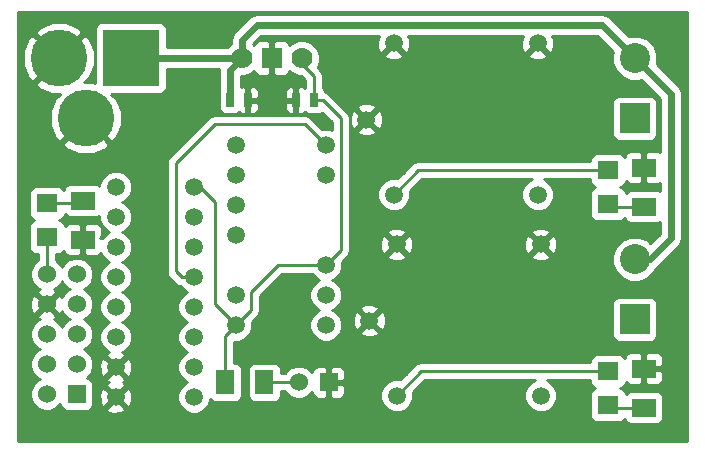
<source format=gtl>
G04 (created by PCBNEW (2013-may-18)-stable) date lun 04 jui 2016 15:07:43 CEST*
%MOIN*%
G04 Gerber Fmt 3.4, Leading zero omitted, Abs format*
%FSLAX34Y34*%
G01*
G70*
G90*
G04 APERTURE LIST*
%ADD10C,0.00590551*%
%ADD11C,0.0590551*%
%ADD12R,0.1X0.1*%
%ADD13C,0.1*%
%ADD14R,0.06X0.06*%
%ADD15C,0.06*%
%ADD16C,0.07*%
%ADD17R,0.07X0.07*%
%ADD18C,0.189*%
%ADD19R,0.189X0.189*%
%ADD20R,0.08X0.06*%
%ADD21R,0.0709X0.0629*%
%ADD22R,0.06X0.08*%
%ADD23R,0.025X0.045*%
%ADD24C,0.023622*%
%ADD25C,0.01*%
G04 APERTURE END LIST*
G54D10*
G54D11*
X16700Y-19700D03*
X16700Y-20700D03*
X16700Y-21700D03*
X16700Y-22700D03*
X16700Y-23700D03*
X16700Y-25700D03*
X16700Y-26700D03*
X19300Y-26700D03*
X19300Y-25700D03*
X19300Y-24700D03*
X19300Y-23700D03*
X19300Y-22700D03*
X19300Y-21700D03*
X19300Y-20700D03*
X19300Y-19700D03*
X16700Y-24700D03*
G54D12*
X34000Y-24100D03*
G54D13*
X34000Y-22100D03*
G54D14*
X15400Y-26600D03*
G54D15*
X14400Y-26600D03*
X15400Y-25600D03*
X14400Y-25600D03*
X15400Y-24600D03*
X14400Y-24600D03*
X15400Y-23600D03*
X14400Y-23600D03*
X15400Y-22600D03*
X14400Y-22600D03*
G54D12*
X34000Y-17400D03*
G54D13*
X34000Y-15400D03*
G54D11*
X23700Y-19300D03*
X23700Y-18300D03*
X23700Y-22300D03*
X23700Y-23300D03*
X23700Y-24300D03*
X20700Y-24300D03*
X20700Y-23300D03*
X20700Y-21300D03*
X20700Y-20300D03*
X20700Y-19300D03*
X20700Y-18300D03*
G54D14*
X23800Y-26200D03*
G54D15*
X22800Y-26200D03*
G54D16*
X20900Y-15400D03*
G54D17*
X21900Y-15400D03*
G54D16*
X22900Y-15400D03*
G54D18*
X14800Y-15400D03*
G54D19*
X17200Y-15400D03*
G54D18*
X15700Y-17400D03*
G54D20*
X34300Y-20350D03*
X34300Y-19050D03*
X34300Y-27050D03*
X34300Y-25750D03*
X15600Y-20150D03*
X15600Y-21450D03*
G54D21*
X33100Y-19141D03*
X33100Y-20259D03*
X33100Y-25841D03*
X33100Y-26959D03*
X14400Y-21359D03*
X14400Y-20241D03*
G54D22*
X20350Y-26200D03*
X21650Y-26200D03*
G54D23*
X20500Y-16800D03*
X21100Y-16800D03*
X23300Y-16800D03*
X22700Y-16800D03*
G54D11*
X25052Y-17448D03*
X30761Y-19948D03*
X25958Y-19948D03*
X25958Y-14909D03*
X30761Y-14909D03*
X25152Y-24148D03*
X30861Y-26648D03*
X26058Y-26648D03*
X26058Y-21609D03*
X30861Y-21609D03*
G54D24*
X20900Y-15400D02*
X17200Y-15400D01*
X34000Y-15400D02*
X35200Y-16600D01*
X34500Y-22100D02*
X34000Y-22100D01*
X35200Y-21400D02*
X34500Y-22100D01*
X35200Y-16600D02*
X35200Y-21400D01*
X20900Y-15400D02*
X20900Y-14800D01*
X32900Y-14300D02*
X34000Y-15400D01*
X21400Y-14300D02*
X32900Y-14300D01*
X20900Y-14800D02*
X21400Y-14300D01*
X20500Y-16800D02*
X20500Y-15800D01*
X20500Y-15800D02*
X20900Y-15400D01*
G54D25*
X19300Y-19700D02*
X19500Y-19700D01*
X20000Y-23600D02*
X20700Y-24300D01*
X20000Y-20200D02*
X20000Y-23600D01*
X19500Y-19700D02*
X20000Y-20200D01*
X23300Y-16800D02*
X23600Y-16800D01*
X24200Y-21800D02*
X23700Y-22300D01*
X24200Y-17400D02*
X24200Y-21800D01*
X23600Y-16800D02*
X24200Y-17400D01*
X23700Y-22300D02*
X22100Y-22300D01*
X21200Y-23800D02*
X20700Y-24300D01*
X21200Y-23200D02*
X21200Y-23800D01*
X22100Y-22300D02*
X21200Y-23200D01*
X20350Y-26200D02*
X20350Y-24650D01*
X20350Y-24650D02*
X20700Y-24300D01*
X14400Y-21359D02*
X14400Y-22600D01*
X23300Y-16800D02*
X23300Y-16000D01*
X22900Y-15600D02*
X22900Y-15400D01*
X23300Y-16000D02*
X22900Y-15600D01*
X33100Y-19141D02*
X26766Y-19141D01*
X26766Y-19141D02*
X25958Y-19948D01*
X33100Y-25841D02*
X26866Y-25841D01*
X26866Y-25841D02*
X26058Y-26648D01*
X19300Y-22700D02*
X18900Y-22700D01*
X23000Y-17600D02*
X23700Y-18300D01*
X20000Y-17600D02*
X23000Y-17600D01*
X18700Y-18900D02*
X20000Y-17600D01*
X18700Y-22500D02*
X18700Y-18900D01*
X18900Y-22700D02*
X18700Y-22500D01*
X34300Y-27050D02*
X33191Y-27050D01*
X33191Y-27050D02*
X33100Y-26959D01*
X14400Y-20241D02*
X15509Y-20241D01*
X15509Y-20241D02*
X15600Y-20150D01*
X34300Y-20350D02*
X33191Y-20350D01*
X33191Y-20350D02*
X33100Y-20259D01*
X22800Y-26200D02*
X21650Y-26200D01*
G54D10*
G36*
X35750Y-28150D02*
X35568Y-28150D01*
X35568Y-21400D01*
X35568Y-21400D01*
X35568Y-21400D01*
X35568Y-16600D01*
X35568Y-16599D01*
X35568Y-16599D01*
X35563Y-16576D01*
X35540Y-16459D01*
X35460Y-16339D01*
X35460Y-16339D01*
X34726Y-15605D01*
X34749Y-15549D01*
X34750Y-15251D01*
X34636Y-14975D01*
X34425Y-14764D01*
X34149Y-14650D01*
X33851Y-14649D01*
X33794Y-14673D01*
X33160Y-14039D01*
X33040Y-13959D01*
X32900Y-13931D01*
X21400Y-13931D01*
X21259Y-13959D01*
X21139Y-14039D01*
X20639Y-14539D01*
X20559Y-14659D01*
X20531Y-14800D01*
X20531Y-14919D01*
X20419Y-15031D01*
X18395Y-15031D01*
X18395Y-14405D01*
X18357Y-14313D01*
X18286Y-14243D01*
X18194Y-14205D01*
X18095Y-14204D01*
X16205Y-14204D01*
X16113Y-14242D01*
X16043Y-14313D01*
X16005Y-14405D01*
X16004Y-14504D01*
X16004Y-16233D01*
X15995Y-16229D01*
X15935Y-16204D01*
X15675Y-16205D01*
X15651Y-16181D01*
X15814Y-16075D01*
X15995Y-15635D01*
X15994Y-15160D01*
X15814Y-14724D01*
X15651Y-14618D01*
X15581Y-14689D01*
X15581Y-14548D01*
X15475Y-14385D01*
X15035Y-14204D01*
X14560Y-14205D01*
X14124Y-14385D01*
X14018Y-14548D01*
X14800Y-15329D01*
X15581Y-14548D01*
X15581Y-14689D01*
X14870Y-15400D01*
X14876Y-15405D01*
X14805Y-15476D01*
X14800Y-15470D01*
X14729Y-15541D01*
X14729Y-15400D01*
X13948Y-14618D01*
X13785Y-14724D01*
X13604Y-15164D01*
X13605Y-15639D01*
X13785Y-16075D01*
X13948Y-16181D01*
X14729Y-15400D01*
X14729Y-15541D01*
X14018Y-16251D01*
X14124Y-16414D01*
X14564Y-16595D01*
X14824Y-16594D01*
X14848Y-16618D01*
X14685Y-16724D01*
X14504Y-17164D01*
X14505Y-17639D01*
X14685Y-18075D01*
X14848Y-18181D01*
X15629Y-17400D01*
X15623Y-17394D01*
X15694Y-17323D01*
X15700Y-17329D01*
X15705Y-17323D01*
X15776Y-17394D01*
X15770Y-17400D01*
X16551Y-18181D01*
X16714Y-18075D01*
X16895Y-17635D01*
X16894Y-17160D01*
X16714Y-16724D01*
X16551Y-16618D01*
X16575Y-16595D01*
X18194Y-16595D01*
X18286Y-16557D01*
X18356Y-16486D01*
X18394Y-16394D01*
X18395Y-16295D01*
X18395Y-15768D01*
X20138Y-15768D01*
X20131Y-15800D01*
X20131Y-16508D01*
X20125Y-16525D01*
X20124Y-16624D01*
X20124Y-17074D01*
X20162Y-17166D01*
X20233Y-17236D01*
X20325Y-17274D01*
X20424Y-17275D01*
X20674Y-17275D01*
X20766Y-17237D01*
X20800Y-17203D01*
X20833Y-17237D01*
X20925Y-17275D01*
X20987Y-17275D01*
X21050Y-17212D01*
X21050Y-16850D01*
X21042Y-16850D01*
X21042Y-16750D01*
X21050Y-16750D01*
X21050Y-16387D01*
X20987Y-16325D01*
X20925Y-16324D01*
X20868Y-16348D01*
X20868Y-15999D01*
X21018Y-16000D01*
X21239Y-15908D01*
X21314Y-15834D01*
X21337Y-15891D01*
X21408Y-15961D01*
X21500Y-15999D01*
X21599Y-16000D01*
X21787Y-16000D01*
X21850Y-15937D01*
X21850Y-15450D01*
X21842Y-15450D01*
X21842Y-15350D01*
X21850Y-15350D01*
X21850Y-14862D01*
X21787Y-14800D01*
X21599Y-14799D01*
X21500Y-14800D01*
X21408Y-14838D01*
X21337Y-14908D01*
X21314Y-14965D01*
X21284Y-14935D01*
X21552Y-14668D01*
X25465Y-14668D01*
X25408Y-14828D01*
X25419Y-15045D01*
X25480Y-15194D01*
X25575Y-15221D01*
X25887Y-14909D01*
X25881Y-14903D01*
X25952Y-14833D01*
X25958Y-14838D01*
X25963Y-14833D01*
X26034Y-14903D01*
X26028Y-14909D01*
X26340Y-15221D01*
X26435Y-15194D01*
X26508Y-14990D01*
X26497Y-14773D01*
X26453Y-14668D01*
X30268Y-14668D01*
X30211Y-14828D01*
X30222Y-15045D01*
X30284Y-15194D01*
X30378Y-15221D01*
X30690Y-14909D01*
X30685Y-14903D01*
X30755Y-14833D01*
X30761Y-14838D01*
X30766Y-14833D01*
X30837Y-14903D01*
X30832Y-14909D01*
X31143Y-15221D01*
X31238Y-15194D01*
X31311Y-14990D01*
X31300Y-14773D01*
X31256Y-14668D01*
X32747Y-14668D01*
X33273Y-15194D01*
X33250Y-15250D01*
X33249Y-15548D01*
X33363Y-15824D01*
X33574Y-16035D01*
X33850Y-16149D01*
X34148Y-16150D01*
X34205Y-16126D01*
X34831Y-16752D01*
X34831Y-18534D01*
X34750Y-18500D01*
X34750Y-17850D01*
X34750Y-16850D01*
X34712Y-16758D01*
X34641Y-16688D01*
X34549Y-16650D01*
X34450Y-16649D01*
X33450Y-16649D01*
X33358Y-16687D01*
X33288Y-16758D01*
X33250Y-16850D01*
X33249Y-16949D01*
X33249Y-17949D01*
X33287Y-18041D01*
X33358Y-18111D01*
X33450Y-18149D01*
X33549Y-18150D01*
X34549Y-18150D01*
X34641Y-18112D01*
X34711Y-18041D01*
X34749Y-17949D01*
X34750Y-17850D01*
X34750Y-18500D01*
X34749Y-18500D01*
X34650Y-18499D01*
X34412Y-18500D01*
X34350Y-18562D01*
X34350Y-19000D01*
X34357Y-19000D01*
X34357Y-19100D01*
X34350Y-19100D01*
X34350Y-19537D01*
X34412Y-19600D01*
X34650Y-19600D01*
X34749Y-19599D01*
X34831Y-19565D01*
X34831Y-19834D01*
X34749Y-19800D01*
X34650Y-19799D01*
X33850Y-19799D01*
X33758Y-19837D01*
X33703Y-19892D01*
X33666Y-19803D01*
X33596Y-19732D01*
X33517Y-19699D01*
X33595Y-19667D01*
X33666Y-19597D01*
X33703Y-19507D01*
X33758Y-19561D01*
X33850Y-19599D01*
X33949Y-19600D01*
X34187Y-19600D01*
X34250Y-19537D01*
X34250Y-19100D01*
X34242Y-19100D01*
X34242Y-19000D01*
X34250Y-19000D01*
X34250Y-18562D01*
X34187Y-18500D01*
X33949Y-18499D01*
X33850Y-18500D01*
X33758Y-18538D01*
X33687Y-18608D01*
X33659Y-18677D01*
X33596Y-18614D01*
X33504Y-18576D01*
X33404Y-18576D01*
X32695Y-18576D01*
X32604Y-18614D01*
X32533Y-18684D01*
X32495Y-18776D01*
X32495Y-18841D01*
X31073Y-18841D01*
X31073Y-15291D01*
X30761Y-14980D01*
X30449Y-15291D01*
X30476Y-15386D01*
X30680Y-15459D01*
X30897Y-15448D01*
X31046Y-15386D01*
X31073Y-15291D01*
X31073Y-18841D01*
X26766Y-18841D01*
X26651Y-18863D01*
X26553Y-18928D01*
X26270Y-19212D01*
X26270Y-15291D01*
X25958Y-14980D01*
X25646Y-15291D01*
X25673Y-15386D01*
X25877Y-15459D01*
X26094Y-15448D01*
X26243Y-15386D01*
X26270Y-15291D01*
X26270Y-19212D01*
X26075Y-19407D01*
X26067Y-19403D01*
X25850Y-19403D01*
X25649Y-19486D01*
X25602Y-19533D01*
X25602Y-17529D01*
X25591Y-17312D01*
X25530Y-17163D01*
X25435Y-17137D01*
X25364Y-17207D01*
X25364Y-17066D01*
X25337Y-16971D01*
X25133Y-16898D01*
X24916Y-16909D01*
X24767Y-16971D01*
X24740Y-17066D01*
X25052Y-17378D01*
X25364Y-17066D01*
X25364Y-17207D01*
X25123Y-17448D01*
X25435Y-17760D01*
X25530Y-17733D01*
X25602Y-17529D01*
X25602Y-19533D01*
X25496Y-19639D01*
X25413Y-19839D01*
X25412Y-20056D01*
X25495Y-20257D01*
X25648Y-20410D01*
X25849Y-20493D01*
X26066Y-20494D01*
X26266Y-20411D01*
X26420Y-20258D01*
X26503Y-20057D01*
X26503Y-19840D01*
X26499Y-19831D01*
X26890Y-19441D01*
X30562Y-19441D01*
X30452Y-19486D01*
X30299Y-19639D01*
X30216Y-19839D01*
X30216Y-20056D01*
X30298Y-20257D01*
X30452Y-20410D01*
X30652Y-20493D01*
X30869Y-20494D01*
X31069Y-20411D01*
X31223Y-20258D01*
X31306Y-20057D01*
X31306Y-19840D01*
X31223Y-19640D01*
X31070Y-19486D01*
X30960Y-19441D01*
X32495Y-19441D01*
X32495Y-19505D01*
X32533Y-19596D01*
X32603Y-19667D01*
X32682Y-19700D01*
X32604Y-19732D01*
X32533Y-19802D01*
X32495Y-19894D01*
X32495Y-19994D01*
X32495Y-20623D01*
X32533Y-20714D01*
X32603Y-20785D01*
X32695Y-20823D01*
X32795Y-20823D01*
X33504Y-20823D01*
X33595Y-20785D01*
X33659Y-20722D01*
X33687Y-20791D01*
X33758Y-20861D01*
X33850Y-20899D01*
X33949Y-20900D01*
X34749Y-20900D01*
X34831Y-20866D01*
X34831Y-21247D01*
X34520Y-21559D01*
X34425Y-21464D01*
X34149Y-21350D01*
X33851Y-21349D01*
X33575Y-21463D01*
X33364Y-21674D01*
X33250Y-21950D01*
X33249Y-22248D01*
X33363Y-22524D01*
X33574Y-22735D01*
X33850Y-22849D01*
X34148Y-22850D01*
X34424Y-22736D01*
X34635Y-22525D01*
X34682Y-22412D01*
X34760Y-22360D01*
X35460Y-21660D01*
X35460Y-21660D01*
X35460Y-21660D01*
X35540Y-21540D01*
X35568Y-21400D01*
X35568Y-28150D01*
X34950Y-28150D01*
X34950Y-27300D01*
X34950Y-26700D01*
X34950Y-26099D01*
X34950Y-25400D01*
X34912Y-25308D01*
X34841Y-25238D01*
X34750Y-25200D01*
X34750Y-24550D01*
X34750Y-23550D01*
X34712Y-23458D01*
X34641Y-23388D01*
X34549Y-23350D01*
X34450Y-23349D01*
X33450Y-23349D01*
X33358Y-23387D01*
X33288Y-23458D01*
X33250Y-23550D01*
X33249Y-23649D01*
X33249Y-24649D01*
X33287Y-24741D01*
X33358Y-24811D01*
X33450Y-24849D01*
X33549Y-24850D01*
X34549Y-24850D01*
X34641Y-24812D01*
X34711Y-24741D01*
X34749Y-24649D01*
X34750Y-24550D01*
X34750Y-25200D01*
X34749Y-25200D01*
X34650Y-25199D01*
X34412Y-25200D01*
X34350Y-25262D01*
X34350Y-25700D01*
X34887Y-25700D01*
X34950Y-25637D01*
X34950Y-25400D01*
X34950Y-26099D01*
X34950Y-25862D01*
X34887Y-25800D01*
X34350Y-25800D01*
X34350Y-26237D01*
X34412Y-26300D01*
X34650Y-26300D01*
X34749Y-26299D01*
X34841Y-26261D01*
X34912Y-26191D01*
X34950Y-26099D01*
X34950Y-26700D01*
X34912Y-26608D01*
X34841Y-26538D01*
X34749Y-26500D01*
X34650Y-26499D01*
X33850Y-26499D01*
X33758Y-26537D01*
X33703Y-26592D01*
X33666Y-26503D01*
X33596Y-26432D01*
X33517Y-26399D01*
X33595Y-26367D01*
X33666Y-26297D01*
X33703Y-26207D01*
X33758Y-26261D01*
X33850Y-26299D01*
X33949Y-26300D01*
X34187Y-26300D01*
X34250Y-26237D01*
X34250Y-25800D01*
X34242Y-25800D01*
X34242Y-25700D01*
X34250Y-25700D01*
X34250Y-25262D01*
X34187Y-25200D01*
X33949Y-25199D01*
X33850Y-25200D01*
X33758Y-25238D01*
X33687Y-25308D01*
X33659Y-25377D01*
X33596Y-25314D01*
X33504Y-25276D01*
X33404Y-25276D01*
X32695Y-25276D01*
X32604Y-25314D01*
X32533Y-25384D01*
X32495Y-25476D01*
X32495Y-25541D01*
X31411Y-25541D01*
X31411Y-21690D01*
X31400Y-21473D01*
X31338Y-21324D01*
X31243Y-21297D01*
X31173Y-21368D01*
X31173Y-21226D01*
X31146Y-21132D01*
X30942Y-21059D01*
X30725Y-21070D01*
X30576Y-21132D01*
X30549Y-21226D01*
X30861Y-21538D01*
X31173Y-21226D01*
X31173Y-21368D01*
X30932Y-21609D01*
X31243Y-21921D01*
X31338Y-21894D01*
X31411Y-21690D01*
X31411Y-25541D01*
X31173Y-25541D01*
X31173Y-21991D01*
X30861Y-21680D01*
X30790Y-21750D01*
X30790Y-21609D01*
X30478Y-21297D01*
X30384Y-21324D01*
X30311Y-21528D01*
X30322Y-21745D01*
X30384Y-21894D01*
X30478Y-21921D01*
X30790Y-21609D01*
X30790Y-21750D01*
X30549Y-21991D01*
X30576Y-22086D01*
X30780Y-22159D01*
X30997Y-22148D01*
X31146Y-22086D01*
X31173Y-21991D01*
X31173Y-25541D01*
X26866Y-25541D01*
X26751Y-25563D01*
X26653Y-25628D01*
X26608Y-25674D01*
X26608Y-21690D01*
X26597Y-21473D01*
X26535Y-21324D01*
X26440Y-21297D01*
X26370Y-21368D01*
X26370Y-21226D01*
X26343Y-21132D01*
X26138Y-21059D01*
X25922Y-21070D01*
X25773Y-21132D01*
X25746Y-21226D01*
X26058Y-21538D01*
X26370Y-21226D01*
X26370Y-21368D01*
X26128Y-21609D01*
X26440Y-21921D01*
X26535Y-21894D01*
X26608Y-21690D01*
X26608Y-25674D01*
X26370Y-25912D01*
X26370Y-21991D01*
X26058Y-21680D01*
X25987Y-21750D01*
X25987Y-21609D01*
X25675Y-21297D01*
X25580Y-21324D01*
X25508Y-21528D01*
X25519Y-21745D01*
X25580Y-21894D01*
X25675Y-21921D01*
X25987Y-21609D01*
X25987Y-21750D01*
X25746Y-21991D01*
X25773Y-22086D01*
X25977Y-22159D01*
X26194Y-22148D01*
X26343Y-22086D01*
X26370Y-21991D01*
X26370Y-25912D01*
X26175Y-26107D01*
X26167Y-26103D01*
X25950Y-26103D01*
X25749Y-26186D01*
X25702Y-26233D01*
X25702Y-24229D01*
X25691Y-24012D01*
X25630Y-23863D01*
X25535Y-23837D01*
X25464Y-23907D01*
X25464Y-23766D01*
X25437Y-23671D01*
X25364Y-23645D01*
X25364Y-17831D01*
X25052Y-17519D01*
X24982Y-17590D01*
X24982Y-17448D01*
X24670Y-17137D01*
X24575Y-17163D01*
X24502Y-17368D01*
X24513Y-17584D01*
X24575Y-17733D01*
X24670Y-17760D01*
X24982Y-17448D01*
X24982Y-17590D01*
X24740Y-17831D01*
X24767Y-17926D01*
X24972Y-17998D01*
X25188Y-17987D01*
X25337Y-17926D01*
X25364Y-17831D01*
X25364Y-23645D01*
X25233Y-23598D01*
X25016Y-23609D01*
X24867Y-23671D01*
X24840Y-23766D01*
X25152Y-24078D01*
X25464Y-23766D01*
X25464Y-23907D01*
X25223Y-24148D01*
X25535Y-24460D01*
X25630Y-24433D01*
X25702Y-24229D01*
X25702Y-26233D01*
X25596Y-26339D01*
X25513Y-26539D01*
X25512Y-26756D01*
X25595Y-26957D01*
X25748Y-27110D01*
X25949Y-27193D01*
X26166Y-27194D01*
X26366Y-27111D01*
X26520Y-26958D01*
X26603Y-26757D01*
X26603Y-26540D01*
X26599Y-26531D01*
X26990Y-26141D01*
X30662Y-26141D01*
X30552Y-26186D01*
X30399Y-26339D01*
X30316Y-26539D01*
X30316Y-26756D01*
X30398Y-26957D01*
X30552Y-27110D01*
X30752Y-27193D01*
X30969Y-27194D01*
X31169Y-27111D01*
X31323Y-26958D01*
X31406Y-26757D01*
X31406Y-26540D01*
X31323Y-26340D01*
X31170Y-26186D01*
X31060Y-26141D01*
X32495Y-26141D01*
X32495Y-26205D01*
X32533Y-26296D01*
X32603Y-26367D01*
X32682Y-26400D01*
X32604Y-26432D01*
X32533Y-26502D01*
X32495Y-26594D01*
X32495Y-26694D01*
X32495Y-27323D01*
X32533Y-27414D01*
X32603Y-27485D01*
X32695Y-27523D01*
X32795Y-27523D01*
X33504Y-27523D01*
X33595Y-27485D01*
X33659Y-27422D01*
X33687Y-27491D01*
X33758Y-27561D01*
X33850Y-27599D01*
X33949Y-27600D01*
X34749Y-27600D01*
X34841Y-27562D01*
X34911Y-27491D01*
X34949Y-27399D01*
X34950Y-27300D01*
X34950Y-28150D01*
X25464Y-28150D01*
X25464Y-24531D01*
X25152Y-24219D01*
X25082Y-24290D01*
X25082Y-24148D01*
X24770Y-23837D01*
X24675Y-23863D01*
X24602Y-24068D01*
X24613Y-24284D01*
X24675Y-24433D01*
X24770Y-24460D01*
X25082Y-24148D01*
X25082Y-24290D01*
X24840Y-24531D01*
X24867Y-24626D01*
X25072Y-24698D01*
X25288Y-24687D01*
X25437Y-24626D01*
X25464Y-24531D01*
X25464Y-28150D01*
X24500Y-28150D01*
X24500Y-21800D01*
X24500Y-17400D01*
X24477Y-17285D01*
X24412Y-17187D01*
X24412Y-17187D01*
X23812Y-16587D01*
X23714Y-16522D01*
X23670Y-16513D01*
X23637Y-16433D01*
X23600Y-16396D01*
X23600Y-16000D01*
X23599Y-15999D01*
X23577Y-15885D01*
X23512Y-15787D01*
X23512Y-15787D01*
X23424Y-15700D01*
X23499Y-15519D01*
X23500Y-15281D01*
X23408Y-15060D01*
X23240Y-14891D01*
X23019Y-14800D01*
X22781Y-14799D01*
X22560Y-14891D01*
X22485Y-14965D01*
X22462Y-14908D01*
X22391Y-14838D01*
X22299Y-14800D01*
X22200Y-14799D01*
X22012Y-14800D01*
X21950Y-14862D01*
X21950Y-15350D01*
X21957Y-15350D01*
X21957Y-15450D01*
X21950Y-15450D01*
X21950Y-15937D01*
X22012Y-16000D01*
X22200Y-16000D01*
X22299Y-15999D01*
X22391Y-15961D01*
X22462Y-15891D01*
X22485Y-15834D01*
X22559Y-15908D01*
X22780Y-15999D01*
X22875Y-15999D01*
X23000Y-16124D01*
X23000Y-16396D01*
X22966Y-16362D01*
X22874Y-16324D01*
X22812Y-16325D01*
X22750Y-16387D01*
X22750Y-16750D01*
X22757Y-16750D01*
X22757Y-16850D01*
X22750Y-16850D01*
X22750Y-17212D01*
X22812Y-17275D01*
X22874Y-17275D01*
X22966Y-17237D01*
X22999Y-17203D01*
X23033Y-17236D01*
X23125Y-17274D01*
X23224Y-17275D01*
X23474Y-17275D01*
X23566Y-17237D01*
X23589Y-17213D01*
X23900Y-17524D01*
X23900Y-17792D01*
X23808Y-17754D01*
X23592Y-17754D01*
X23582Y-17758D01*
X23212Y-17387D01*
X23114Y-17322D01*
X23000Y-17300D01*
X22650Y-17300D01*
X22650Y-17212D01*
X22650Y-16850D01*
X22650Y-16750D01*
X22650Y-16387D01*
X22587Y-16325D01*
X22525Y-16324D01*
X22433Y-16362D01*
X22363Y-16433D01*
X22325Y-16525D01*
X22324Y-16624D01*
X22325Y-16687D01*
X22387Y-16750D01*
X22650Y-16750D01*
X22650Y-16850D01*
X22387Y-16850D01*
X22325Y-16912D01*
X22324Y-16975D01*
X22325Y-17074D01*
X22363Y-17166D01*
X22433Y-17237D01*
X22525Y-17275D01*
X22587Y-17275D01*
X22650Y-17212D01*
X22650Y-17300D01*
X21475Y-17300D01*
X21475Y-16975D01*
X21475Y-16624D01*
X21474Y-16525D01*
X21436Y-16433D01*
X21366Y-16362D01*
X21274Y-16324D01*
X21212Y-16325D01*
X21150Y-16387D01*
X21150Y-16750D01*
X21412Y-16750D01*
X21475Y-16687D01*
X21475Y-16624D01*
X21475Y-16975D01*
X21475Y-16912D01*
X21412Y-16850D01*
X21150Y-16850D01*
X21150Y-17212D01*
X21212Y-17275D01*
X21274Y-17275D01*
X21366Y-17237D01*
X21436Y-17166D01*
X21474Y-17074D01*
X21475Y-16975D01*
X21475Y-17300D01*
X20000Y-17300D01*
X19885Y-17322D01*
X19787Y-17387D01*
X18487Y-18687D01*
X18422Y-18785D01*
X18400Y-18900D01*
X18400Y-22500D01*
X18422Y-22614D01*
X18487Y-22712D01*
X18687Y-22912D01*
X18687Y-22912D01*
X18785Y-22977D01*
X18828Y-22985D01*
X18837Y-23008D01*
X18990Y-23161D01*
X19082Y-23199D01*
X18991Y-23237D01*
X18838Y-23390D01*
X18754Y-23591D01*
X18754Y-23807D01*
X18837Y-24008D01*
X18990Y-24161D01*
X19082Y-24199D01*
X18991Y-24237D01*
X18838Y-24390D01*
X18754Y-24591D01*
X18754Y-24807D01*
X18837Y-25008D01*
X18990Y-25161D01*
X19082Y-25199D01*
X18991Y-25237D01*
X18838Y-25390D01*
X18754Y-25591D01*
X18754Y-25807D01*
X18837Y-26008D01*
X18990Y-26161D01*
X19082Y-26199D01*
X18991Y-26237D01*
X18838Y-26390D01*
X18754Y-26591D01*
X18754Y-26807D01*
X18837Y-27008D01*
X18990Y-27161D01*
X19191Y-27245D01*
X19407Y-27245D01*
X19608Y-27162D01*
X19761Y-27009D01*
X19845Y-26808D01*
X19845Y-26748D01*
X19908Y-26811D01*
X20000Y-26849D01*
X20099Y-26850D01*
X20699Y-26850D01*
X20791Y-26812D01*
X20861Y-26741D01*
X20899Y-26649D01*
X20900Y-26550D01*
X20900Y-25750D01*
X20862Y-25658D01*
X20791Y-25588D01*
X20699Y-25550D01*
X20650Y-25550D01*
X20650Y-24845D01*
X20807Y-24845D01*
X21008Y-24762D01*
X21161Y-24609D01*
X21245Y-24408D01*
X21245Y-24192D01*
X21241Y-24182D01*
X21412Y-24012D01*
X21412Y-24012D01*
X21477Y-23914D01*
X21499Y-23800D01*
X21500Y-23800D01*
X21500Y-23324D01*
X22224Y-22600D01*
X23233Y-22600D01*
X23237Y-22608D01*
X23390Y-22761D01*
X23482Y-22799D01*
X23391Y-22837D01*
X23238Y-22990D01*
X23154Y-23191D01*
X23154Y-23407D01*
X23237Y-23608D01*
X23390Y-23761D01*
X23482Y-23799D01*
X23391Y-23837D01*
X23238Y-23990D01*
X23154Y-24191D01*
X23154Y-24407D01*
X23237Y-24608D01*
X23390Y-24761D01*
X23591Y-24845D01*
X23807Y-24845D01*
X24008Y-24762D01*
X24161Y-24609D01*
X24245Y-24408D01*
X24245Y-24192D01*
X24162Y-23991D01*
X24009Y-23838D01*
X23917Y-23800D01*
X24008Y-23762D01*
X24161Y-23609D01*
X24245Y-23408D01*
X24245Y-23192D01*
X24162Y-22991D01*
X24009Y-22838D01*
X23917Y-22800D01*
X24008Y-22762D01*
X24161Y-22609D01*
X24245Y-22408D01*
X24245Y-22192D01*
X24241Y-22182D01*
X24412Y-22012D01*
X24412Y-22012D01*
X24477Y-21914D01*
X24499Y-21800D01*
X24500Y-21800D01*
X24500Y-28150D01*
X24350Y-28150D01*
X24350Y-26450D01*
X24350Y-25949D01*
X24349Y-25850D01*
X24311Y-25758D01*
X24241Y-25687D01*
X24149Y-25649D01*
X23912Y-25650D01*
X23850Y-25712D01*
X23850Y-26150D01*
X24287Y-26150D01*
X24350Y-26087D01*
X24350Y-25949D01*
X24350Y-26450D01*
X24350Y-26312D01*
X24287Y-26250D01*
X23850Y-26250D01*
X23850Y-26687D01*
X23912Y-26750D01*
X24149Y-26750D01*
X24241Y-26712D01*
X24311Y-26641D01*
X24349Y-26549D01*
X24350Y-26450D01*
X24350Y-28150D01*
X23750Y-28150D01*
X23750Y-26687D01*
X23750Y-26250D01*
X23742Y-26250D01*
X23742Y-26150D01*
X23750Y-26150D01*
X23750Y-25712D01*
X23687Y-25650D01*
X23450Y-25649D01*
X23358Y-25687D01*
X23288Y-25758D01*
X23250Y-25850D01*
X23250Y-25872D01*
X23111Y-25734D01*
X22909Y-25650D01*
X22691Y-25649D01*
X22488Y-25733D01*
X22334Y-25888D01*
X22329Y-25900D01*
X22200Y-25900D01*
X22200Y-25750D01*
X22162Y-25658D01*
X22091Y-25588D01*
X21999Y-25550D01*
X21900Y-25549D01*
X21300Y-25549D01*
X21208Y-25587D01*
X21138Y-25658D01*
X21100Y-25750D01*
X21099Y-25849D01*
X21099Y-26649D01*
X21137Y-26741D01*
X21208Y-26811D01*
X21300Y-26849D01*
X21399Y-26850D01*
X21999Y-26850D01*
X22091Y-26812D01*
X22161Y-26741D01*
X22199Y-26649D01*
X22200Y-26550D01*
X22200Y-26500D01*
X22328Y-26500D01*
X22333Y-26511D01*
X22488Y-26665D01*
X22690Y-26749D01*
X22908Y-26750D01*
X23111Y-26666D01*
X23250Y-26527D01*
X23250Y-26549D01*
X23288Y-26641D01*
X23358Y-26712D01*
X23450Y-26750D01*
X23687Y-26750D01*
X23750Y-26687D01*
X23750Y-28150D01*
X17250Y-28150D01*
X17250Y-26780D01*
X17250Y-25780D01*
X17245Y-25688D01*
X17245Y-24592D01*
X17162Y-24391D01*
X17009Y-24238D01*
X16917Y-24200D01*
X17008Y-24162D01*
X17161Y-24009D01*
X17245Y-23808D01*
X17245Y-23592D01*
X17162Y-23391D01*
X17009Y-23238D01*
X16917Y-23200D01*
X17008Y-23162D01*
X17161Y-23009D01*
X17245Y-22808D01*
X17245Y-22592D01*
X17162Y-22391D01*
X17009Y-22238D01*
X16917Y-22200D01*
X17008Y-22162D01*
X17161Y-22009D01*
X17245Y-21808D01*
X17245Y-21592D01*
X17162Y-21391D01*
X17009Y-21238D01*
X16917Y-21200D01*
X17008Y-21162D01*
X17161Y-21009D01*
X17245Y-20808D01*
X17245Y-20592D01*
X17162Y-20391D01*
X17009Y-20238D01*
X16917Y-20200D01*
X17008Y-20162D01*
X17161Y-20009D01*
X17245Y-19808D01*
X17245Y-19592D01*
X17162Y-19391D01*
X17009Y-19238D01*
X16895Y-19190D01*
X16808Y-19154D01*
X16592Y-19154D01*
X16481Y-19200D01*
X16481Y-18251D01*
X15700Y-17470D01*
X15629Y-17541D01*
X14918Y-18251D01*
X15024Y-18414D01*
X15464Y-18595D01*
X15939Y-18594D01*
X16375Y-18414D01*
X16481Y-18251D01*
X16481Y-19200D01*
X16391Y-19237D01*
X16238Y-19390D01*
X16154Y-19591D01*
X16154Y-19651D01*
X16141Y-19638D01*
X16049Y-19600D01*
X15950Y-19599D01*
X15150Y-19599D01*
X15058Y-19637D01*
X14988Y-19708D01*
X14959Y-19777D01*
X14896Y-19714D01*
X14804Y-19676D01*
X14704Y-19676D01*
X13995Y-19676D01*
X13904Y-19714D01*
X13833Y-19784D01*
X13795Y-19876D01*
X13795Y-19976D01*
X13795Y-20605D01*
X13833Y-20696D01*
X13903Y-20767D01*
X13982Y-20800D01*
X13904Y-20832D01*
X13833Y-20902D01*
X13795Y-20994D01*
X13795Y-21094D01*
X13795Y-21723D01*
X13833Y-21814D01*
X13903Y-21885D01*
X13995Y-21923D01*
X14095Y-21923D01*
X14100Y-21923D01*
X14100Y-22128D01*
X14088Y-22133D01*
X13934Y-22288D01*
X13850Y-22490D01*
X13849Y-22708D01*
X13933Y-22911D01*
X14088Y-23065D01*
X14163Y-23097D01*
X14112Y-23118D01*
X14084Y-23214D01*
X14400Y-23529D01*
X14715Y-23214D01*
X14687Y-23118D01*
X14632Y-23099D01*
X14711Y-23066D01*
X14865Y-22911D01*
X14899Y-22830D01*
X14933Y-22911D01*
X15088Y-23065D01*
X15169Y-23099D01*
X15088Y-23133D01*
X14934Y-23288D01*
X14902Y-23363D01*
X14881Y-23312D01*
X14785Y-23284D01*
X14470Y-23600D01*
X14785Y-23915D01*
X14881Y-23887D01*
X14900Y-23832D01*
X14933Y-23911D01*
X15088Y-24065D01*
X15169Y-24099D01*
X15088Y-24133D01*
X14934Y-24288D01*
X14900Y-24369D01*
X14866Y-24288D01*
X14711Y-24134D01*
X14636Y-24102D01*
X14687Y-24081D01*
X14715Y-23985D01*
X14400Y-23670D01*
X14329Y-23741D01*
X14329Y-23600D01*
X14014Y-23284D01*
X13918Y-23312D01*
X13845Y-23518D01*
X13856Y-23736D01*
X13918Y-23887D01*
X14014Y-23915D01*
X14329Y-23600D01*
X14329Y-23741D01*
X14084Y-23985D01*
X14112Y-24081D01*
X14167Y-24100D01*
X14088Y-24133D01*
X13934Y-24288D01*
X13850Y-24490D01*
X13849Y-24708D01*
X13933Y-24911D01*
X14088Y-25065D01*
X14169Y-25099D01*
X14088Y-25133D01*
X13934Y-25288D01*
X13850Y-25490D01*
X13849Y-25708D01*
X13933Y-25911D01*
X14088Y-26065D01*
X14169Y-26099D01*
X14088Y-26133D01*
X13934Y-26288D01*
X13850Y-26490D01*
X13849Y-26708D01*
X13933Y-26911D01*
X14088Y-27065D01*
X14290Y-27149D01*
X14508Y-27150D01*
X14711Y-27066D01*
X14849Y-26927D01*
X14849Y-26949D01*
X14887Y-27041D01*
X14958Y-27111D01*
X15050Y-27149D01*
X15149Y-27150D01*
X15749Y-27150D01*
X15841Y-27112D01*
X15911Y-27041D01*
X15949Y-26949D01*
X15950Y-26850D01*
X15950Y-26250D01*
X15912Y-26158D01*
X15841Y-26088D01*
X15749Y-26050D01*
X15727Y-26050D01*
X15865Y-25911D01*
X15949Y-25709D01*
X15950Y-25491D01*
X15866Y-25288D01*
X15711Y-25134D01*
X15630Y-25100D01*
X15711Y-25066D01*
X15865Y-24911D01*
X15949Y-24709D01*
X15950Y-24491D01*
X15866Y-24288D01*
X15711Y-24134D01*
X15630Y-24100D01*
X15711Y-24066D01*
X15865Y-23911D01*
X15949Y-23709D01*
X15950Y-23491D01*
X15866Y-23288D01*
X15711Y-23134D01*
X15630Y-23100D01*
X15711Y-23066D01*
X15865Y-22911D01*
X15949Y-22709D01*
X15950Y-22491D01*
X15866Y-22288D01*
X15711Y-22134D01*
X15509Y-22050D01*
X15291Y-22049D01*
X15088Y-22133D01*
X14934Y-22288D01*
X14900Y-22369D01*
X14866Y-22288D01*
X14711Y-22134D01*
X14700Y-22129D01*
X14700Y-21923D01*
X14804Y-21923D01*
X14895Y-21885D01*
X14959Y-21822D01*
X14987Y-21891D01*
X15058Y-21961D01*
X15150Y-21999D01*
X15249Y-22000D01*
X15487Y-22000D01*
X15550Y-21937D01*
X15550Y-21500D01*
X15542Y-21500D01*
X15542Y-21400D01*
X15550Y-21400D01*
X15550Y-20962D01*
X15487Y-20900D01*
X15249Y-20899D01*
X15150Y-20900D01*
X15058Y-20938D01*
X15003Y-20992D01*
X14966Y-20903D01*
X14896Y-20832D01*
X14817Y-20799D01*
X14895Y-20767D01*
X14966Y-20697D01*
X15003Y-20607D01*
X15058Y-20661D01*
X15150Y-20699D01*
X15249Y-20700D01*
X16049Y-20700D01*
X16141Y-20662D01*
X16154Y-20648D01*
X16154Y-20807D01*
X16237Y-21008D01*
X16390Y-21161D01*
X16482Y-21199D01*
X16391Y-21237D01*
X16250Y-21378D01*
X16238Y-21390D01*
X16234Y-21399D01*
X16187Y-21399D01*
X16250Y-21337D01*
X16250Y-21100D01*
X16212Y-21008D01*
X16141Y-20938D01*
X16049Y-20900D01*
X15950Y-20899D01*
X15712Y-20900D01*
X15650Y-20962D01*
X15650Y-21400D01*
X15657Y-21400D01*
X15657Y-21500D01*
X15650Y-21500D01*
X15650Y-21937D01*
X15712Y-22000D01*
X15950Y-22000D01*
X16049Y-21999D01*
X16141Y-21961D01*
X16195Y-21907D01*
X16237Y-22008D01*
X16390Y-22161D01*
X16482Y-22199D01*
X16391Y-22237D01*
X16238Y-22390D01*
X16154Y-22591D01*
X16154Y-22807D01*
X16237Y-23008D01*
X16390Y-23161D01*
X16482Y-23199D01*
X16391Y-23237D01*
X16238Y-23390D01*
X16154Y-23591D01*
X16154Y-23807D01*
X16237Y-24008D01*
X16390Y-24161D01*
X16482Y-24199D01*
X16391Y-24237D01*
X16238Y-24390D01*
X16154Y-24591D01*
X16154Y-24807D01*
X16237Y-25008D01*
X16390Y-25161D01*
X16475Y-25197D01*
X16414Y-25222D01*
X16388Y-25317D01*
X16700Y-25629D01*
X17011Y-25317D01*
X16985Y-25222D01*
X16919Y-25199D01*
X17008Y-25162D01*
X17161Y-25009D01*
X17245Y-24808D01*
X17245Y-24592D01*
X17245Y-25688D01*
X17239Y-25563D01*
X17177Y-25414D01*
X17082Y-25388D01*
X16770Y-25700D01*
X17082Y-26011D01*
X17177Y-25985D01*
X17250Y-25780D01*
X17250Y-26780D01*
X17239Y-26563D01*
X17177Y-26414D01*
X17082Y-26388D01*
X17011Y-26458D01*
X17011Y-26317D01*
X16985Y-26222D01*
X16926Y-26201D01*
X16985Y-26177D01*
X17011Y-26082D01*
X16700Y-25770D01*
X16629Y-25841D01*
X16629Y-25700D01*
X16317Y-25388D01*
X16222Y-25414D01*
X16149Y-25619D01*
X16160Y-25836D01*
X16222Y-25985D01*
X16317Y-26011D01*
X16629Y-25700D01*
X16629Y-25841D01*
X16388Y-26082D01*
X16414Y-26177D01*
X16473Y-26198D01*
X16414Y-26222D01*
X16388Y-26317D01*
X16700Y-26629D01*
X17011Y-26317D01*
X17011Y-26458D01*
X16770Y-26700D01*
X17082Y-27011D01*
X17177Y-26985D01*
X17250Y-26780D01*
X17250Y-28150D01*
X17011Y-28150D01*
X17011Y-27082D01*
X16700Y-26770D01*
X16629Y-26841D01*
X16629Y-26700D01*
X16317Y-26388D01*
X16222Y-26414D01*
X16149Y-26619D01*
X16160Y-26836D01*
X16222Y-26985D01*
X16317Y-27011D01*
X16629Y-26700D01*
X16629Y-26841D01*
X16388Y-27082D01*
X16414Y-27177D01*
X16619Y-27250D01*
X16836Y-27239D01*
X16985Y-27177D01*
X17011Y-27082D01*
X17011Y-28150D01*
X13450Y-28150D01*
X13450Y-13850D01*
X35750Y-13850D01*
X35750Y-28150D01*
X35750Y-28150D01*
G37*
G54D25*
X35750Y-28150D02*
X35568Y-28150D01*
X35568Y-21400D01*
X35568Y-21400D01*
X35568Y-21400D01*
X35568Y-16600D01*
X35568Y-16599D01*
X35568Y-16599D01*
X35563Y-16576D01*
X35540Y-16459D01*
X35460Y-16339D01*
X35460Y-16339D01*
X34726Y-15605D01*
X34749Y-15549D01*
X34750Y-15251D01*
X34636Y-14975D01*
X34425Y-14764D01*
X34149Y-14650D01*
X33851Y-14649D01*
X33794Y-14673D01*
X33160Y-14039D01*
X33040Y-13959D01*
X32900Y-13931D01*
X21400Y-13931D01*
X21259Y-13959D01*
X21139Y-14039D01*
X20639Y-14539D01*
X20559Y-14659D01*
X20531Y-14800D01*
X20531Y-14919D01*
X20419Y-15031D01*
X18395Y-15031D01*
X18395Y-14405D01*
X18357Y-14313D01*
X18286Y-14243D01*
X18194Y-14205D01*
X18095Y-14204D01*
X16205Y-14204D01*
X16113Y-14242D01*
X16043Y-14313D01*
X16005Y-14405D01*
X16004Y-14504D01*
X16004Y-16233D01*
X15995Y-16229D01*
X15935Y-16204D01*
X15675Y-16205D01*
X15651Y-16181D01*
X15814Y-16075D01*
X15995Y-15635D01*
X15994Y-15160D01*
X15814Y-14724D01*
X15651Y-14618D01*
X15581Y-14689D01*
X15581Y-14548D01*
X15475Y-14385D01*
X15035Y-14204D01*
X14560Y-14205D01*
X14124Y-14385D01*
X14018Y-14548D01*
X14800Y-15329D01*
X15581Y-14548D01*
X15581Y-14689D01*
X14870Y-15400D01*
X14876Y-15405D01*
X14805Y-15476D01*
X14800Y-15470D01*
X14729Y-15541D01*
X14729Y-15400D01*
X13948Y-14618D01*
X13785Y-14724D01*
X13604Y-15164D01*
X13605Y-15639D01*
X13785Y-16075D01*
X13948Y-16181D01*
X14729Y-15400D01*
X14729Y-15541D01*
X14018Y-16251D01*
X14124Y-16414D01*
X14564Y-16595D01*
X14824Y-16594D01*
X14848Y-16618D01*
X14685Y-16724D01*
X14504Y-17164D01*
X14505Y-17639D01*
X14685Y-18075D01*
X14848Y-18181D01*
X15629Y-17400D01*
X15623Y-17394D01*
X15694Y-17323D01*
X15700Y-17329D01*
X15705Y-17323D01*
X15776Y-17394D01*
X15770Y-17400D01*
X16551Y-18181D01*
X16714Y-18075D01*
X16895Y-17635D01*
X16894Y-17160D01*
X16714Y-16724D01*
X16551Y-16618D01*
X16575Y-16595D01*
X18194Y-16595D01*
X18286Y-16557D01*
X18356Y-16486D01*
X18394Y-16394D01*
X18395Y-16295D01*
X18395Y-15768D01*
X20138Y-15768D01*
X20131Y-15800D01*
X20131Y-16508D01*
X20125Y-16525D01*
X20124Y-16624D01*
X20124Y-17074D01*
X20162Y-17166D01*
X20233Y-17236D01*
X20325Y-17274D01*
X20424Y-17275D01*
X20674Y-17275D01*
X20766Y-17237D01*
X20800Y-17203D01*
X20833Y-17237D01*
X20925Y-17275D01*
X20987Y-17275D01*
X21050Y-17212D01*
X21050Y-16850D01*
X21042Y-16850D01*
X21042Y-16750D01*
X21050Y-16750D01*
X21050Y-16387D01*
X20987Y-16325D01*
X20925Y-16324D01*
X20868Y-16348D01*
X20868Y-15999D01*
X21018Y-16000D01*
X21239Y-15908D01*
X21314Y-15834D01*
X21337Y-15891D01*
X21408Y-15961D01*
X21500Y-15999D01*
X21599Y-16000D01*
X21787Y-16000D01*
X21850Y-15937D01*
X21850Y-15450D01*
X21842Y-15450D01*
X21842Y-15350D01*
X21850Y-15350D01*
X21850Y-14862D01*
X21787Y-14800D01*
X21599Y-14799D01*
X21500Y-14800D01*
X21408Y-14838D01*
X21337Y-14908D01*
X21314Y-14965D01*
X21284Y-14935D01*
X21552Y-14668D01*
X25465Y-14668D01*
X25408Y-14828D01*
X25419Y-15045D01*
X25480Y-15194D01*
X25575Y-15221D01*
X25887Y-14909D01*
X25881Y-14903D01*
X25952Y-14833D01*
X25958Y-14838D01*
X25963Y-14833D01*
X26034Y-14903D01*
X26028Y-14909D01*
X26340Y-15221D01*
X26435Y-15194D01*
X26508Y-14990D01*
X26497Y-14773D01*
X26453Y-14668D01*
X30268Y-14668D01*
X30211Y-14828D01*
X30222Y-15045D01*
X30284Y-15194D01*
X30378Y-15221D01*
X30690Y-14909D01*
X30685Y-14903D01*
X30755Y-14833D01*
X30761Y-14838D01*
X30766Y-14833D01*
X30837Y-14903D01*
X30832Y-14909D01*
X31143Y-15221D01*
X31238Y-15194D01*
X31311Y-14990D01*
X31300Y-14773D01*
X31256Y-14668D01*
X32747Y-14668D01*
X33273Y-15194D01*
X33250Y-15250D01*
X33249Y-15548D01*
X33363Y-15824D01*
X33574Y-16035D01*
X33850Y-16149D01*
X34148Y-16150D01*
X34205Y-16126D01*
X34831Y-16752D01*
X34831Y-18534D01*
X34750Y-18500D01*
X34750Y-17850D01*
X34750Y-16850D01*
X34712Y-16758D01*
X34641Y-16688D01*
X34549Y-16650D01*
X34450Y-16649D01*
X33450Y-16649D01*
X33358Y-16687D01*
X33288Y-16758D01*
X33250Y-16850D01*
X33249Y-16949D01*
X33249Y-17949D01*
X33287Y-18041D01*
X33358Y-18111D01*
X33450Y-18149D01*
X33549Y-18150D01*
X34549Y-18150D01*
X34641Y-18112D01*
X34711Y-18041D01*
X34749Y-17949D01*
X34750Y-17850D01*
X34750Y-18500D01*
X34749Y-18500D01*
X34650Y-18499D01*
X34412Y-18500D01*
X34350Y-18562D01*
X34350Y-19000D01*
X34357Y-19000D01*
X34357Y-19100D01*
X34350Y-19100D01*
X34350Y-19537D01*
X34412Y-19600D01*
X34650Y-19600D01*
X34749Y-19599D01*
X34831Y-19565D01*
X34831Y-19834D01*
X34749Y-19800D01*
X34650Y-19799D01*
X33850Y-19799D01*
X33758Y-19837D01*
X33703Y-19892D01*
X33666Y-19803D01*
X33596Y-19732D01*
X33517Y-19699D01*
X33595Y-19667D01*
X33666Y-19597D01*
X33703Y-19507D01*
X33758Y-19561D01*
X33850Y-19599D01*
X33949Y-19600D01*
X34187Y-19600D01*
X34250Y-19537D01*
X34250Y-19100D01*
X34242Y-19100D01*
X34242Y-19000D01*
X34250Y-19000D01*
X34250Y-18562D01*
X34187Y-18500D01*
X33949Y-18499D01*
X33850Y-18500D01*
X33758Y-18538D01*
X33687Y-18608D01*
X33659Y-18677D01*
X33596Y-18614D01*
X33504Y-18576D01*
X33404Y-18576D01*
X32695Y-18576D01*
X32604Y-18614D01*
X32533Y-18684D01*
X32495Y-18776D01*
X32495Y-18841D01*
X31073Y-18841D01*
X31073Y-15291D01*
X30761Y-14980D01*
X30449Y-15291D01*
X30476Y-15386D01*
X30680Y-15459D01*
X30897Y-15448D01*
X31046Y-15386D01*
X31073Y-15291D01*
X31073Y-18841D01*
X26766Y-18841D01*
X26651Y-18863D01*
X26553Y-18928D01*
X26270Y-19212D01*
X26270Y-15291D01*
X25958Y-14980D01*
X25646Y-15291D01*
X25673Y-15386D01*
X25877Y-15459D01*
X26094Y-15448D01*
X26243Y-15386D01*
X26270Y-15291D01*
X26270Y-19212D01*
X26075Y-19407D01*
X26067Y-19403D01*
X25850Y-19403D01*
X25649Y-19486D01*
X25602Y-19533D01*
X25602Y-17529D01*
X25591Y-17312D01*
X25530Y-17163D01*
X25435Y-17137D01*
X25364Y-17207D01*
X25364Y-17066D01*
X25337Y-16971D01*
X25133Y-16898D01*
X24916Y-16909D01*
X24767Y-16971D01*
X24740Y-17066D01*
X25052Y-17378D01*
X25364Y-17066D01*
X25364Y-17207D01*
X25123Y-17448D01*
X25435Y-17760D01*
X25530Y-17733D01*
X25602Y-17529D01*
X25602Y-19533D01*
X25496Y-19639D01*
X25413Y-19839D01*
X25412Y-20056D01*
X25495Y-20257D01*
X25648Y-20410D01*
X25849Y-20493D01*
X26066Y-20494D01*
X26266Y-20411D01*
X26420Y-20258D01*
X26503Y-20057D01*
X26503Y-19840D01*
X26499Y-19831D01*
X26890Y-19441D01*
X30562Y-19441D01*
X30452Y-19486D01*
X30299Y-19639D01*
X30216Y-19839D01*
X30216Y-20056D01*
X30298Y-20257D01*
X30452Y-20410D01*
X30652Y-20493D01*
X30869Y-20494D01*
X31069Y-20411D01*
X31223Y-20258D01*
X31306Y-20057D01*
X31306Y-19840D01*
X31223Y-19640D01*
X31070Y-19486D01*
X30960Y-19441D01*
X32495Y-19441D01*
X32495Y-19505D01*
X32533Y-19596D01*
X32603Y-19667D01*
X32682Y-19700D01*
X32604Y-19732D01*
X32533Y-19802D01*
X32495Y-19894D01*
X32495Y-19994D01*
X32495Y-20623D01*
X32533Y-20714D01*
X32603Y-20785D01*
X32695Y-20823D01*
X32795Y-20823D01*
X33504Y-20823D01*
X33595Y-20785D01*
X33659Y-20722D01*
X33687Y-20791D01*
X33758Y-20861D01*
X33850Y-20899D01*
X33949Y-20900D01*
X34749Y-20900D01*
X34831Y-20866D01*
X34831Y-21247D01*
X34520Y-21559D01*
X34425Y-21464D01*
X34149Y-21350D01*
X33851Y-21349D01*
X33575Y-21463D01*
X33364Y-21674D01*
X33250Y-21950D01*
X33249Y-22248D01*
X33363Y-22524D01*
X33574Y-22735D01*
X33850Y-22849D01*
X34148Y-22850D01*
X34424Y-22736D01*
X34635Y-22525D01*
X34682Y-22412D01*
X34760Y-22360D01*
X35460Y-21660D01*
X35460Y-21660D01*
X35460Y-21660D01*
X35540Y-21540D01*
X35568Y-21400D01*
X35568Y-28150D01*
X34950Y-28150D01*
X34950Y-27300D01*
X34950Y-26700D01*
X34950Y-26099D01*
X34950Y-25400D01*
X34912Y-25308D01*
X34841Y-25238D01*
X34750Y-25200D01*
X34750Y-24550D01*
X34750Y-23550D01*
X34712Y-23458D01*
X34641Y-23388D01*
X34549Y-23350D01*
X34450Y-23349D01*
X33450Y-23349D01*
X33358Y-23387D01*
X33288Y-23458D01*
X33250Y-23550D01*
X33249Y-23649D01*
X33249Y-24649D01*
X33287Y-24741D01*
X33358Y-24811D01*
X33450Y-24849D01*
X33549Y-24850D01*
X34549Y-24850D01*
X34641Y-24812D01*
X34711Y-24741D01*
X34749Y-24649D01*
X34750Y-24550D01*
X34750Y-25200D01*
X34749Y-25200D01*
X34650Y-25199D01*
X34412Y-25200D01*
X34350Y-25262D01*
X34350Y-25700D01*
X34887Y-25700D01*
X34950Y-25637D01*
X34950Y-25400D01*
X34950Y-26099D01*
X34950Y-25862D01*
X34887Y-25800D01*
X34350Y-25800D01*
X34350Y-26237D01*
X34412Y-26300D01*
X34650Y-26300D01*
X34749Y-26299D01*
X34841Y-26261D01*
X34912Y-26191D01*
X34950Y-26099D01*
X34950Y-26700D01*
X34912Y-26608D01*
X34841Y-26538D01*
X34749Y-26500D01*
X34650Y-26499D01*
X33850Y-26499D01*
X33758Y-26537D01*
X33703Y-26592D01*
X33666Y-26503D01*
X33596Y-26432D01*
X33517Y-26399D01*
X33595Y-26367D01*
X33666Y-26297D01*
X33703Y-26207D01*
X33758Y-26261D01*
X33850Y-26299D01*
X33949Y-26300D01*
X34187Y-26300D01*
X34250Y-26237D01*
X34250Y-25800D01*
X34242Y-25800D01*
X34242Y-25700D01*
X34250Y-25700D01*
X34250Y-25262D01*
X34187Y-25200D01*
X33949Y-25199D01*
X33850Y-25200D01*
X33758Y-25238D01*
X33687Y-25308D01*
X33659Y-25377D01*
X33596Y-25314D01*
X33504Y-25276D01*
X33404Y-25276D01*
X32695Y-25276D01*
X32604Y-25314D01*
X32533Y-25384D01*
X32495Y-25476D01*
X32495Y-25541D01*
X31411Y-25541D01*
X31411Y-21690D01*
X31400Y-21473D01*
X31338Y-21324D01*
X31243Y-21297D01*
X31173Y-21368D01*
X31173Y-21226D01*
X31146Y-21132D01*
X30942Y-21059D01*
X30725Y-21070D01*
X30576Y-21132D01*
X30549Y-21226D01*
X30861Y-21538D01*
X31173Y-21226D01*
X31173Y-21368D01*
X30932Y-21609D01*
X31243Y-21921D01*
X31338Y-21894D01*
X31411Y-21690D01*
X31411Y-25541D01*
X31173Y-25541D01*
X31173Y-21991D01*
X30861Y-21680D01*
X30790Y-21750D01*
X30790Y-21609D01*
X30478Y-21297D01*
X30384Y-21324D01*
X30311Y-21528D01*
X30322Y-21745D01*
X30384Y-21894D01*
X30478Y-21921D01*
X30790Y-21609D01*
X30790Y-21750D01*
X30549Y-21991D01*
X30576Y-22086D01*
X30780Y-22159D01*
X30997Y-22148D01*
X31146Y-22086D01*
X31173Y-21991D01*
X31173Y-25541D01*
X26866Y-25541D01*
X26751Y-25563D01*
X26653Y-25628D01*
X26608Y-25674D01*
X26608Y-21690D01*
X26597Y-21473D01*
X26535Y-21324D01*
X26440Y-21297D01*
X26370Y-21368D01*
X26370Y-21226D01*
X26343Y-21132D01*
X26138Y-21059D01*
X25922Y-21070D01*
X25773Y-21132D01*
X25746Y-21226D01*
X26058Y-21538D01*
X26370Y-21226D01*
X26370Y-21368D01*
X26128Y-21609D01*
X26440Y-21921D01*
X26535Y-21894D01*
X26608Y-21690D01*
X26608Y-25674D01*
X26370Y-25912D01*
X26370Y-21991D01*
X26058Y-21680D01*
X25987Y-21750D01*
X25987Y-21609D01*
X25675Y-21297D01*
X25580Y-21324D01*
X25508Y-21528D01*
X25519Y-21745D01*
X25580Y-21894D01*
X25675Y-21921D01*
X25987Y-21609D01*
X25987Y-21750D01*
X25746Y-21991D01*
X25773Y-22086D01*
X25977Y-22159D01*
X26194Y-22148D01*
X26343Y-22086D01*
X26370Y-21991D01*
X26370Y-25912D01*
X26175Y-26107D01*
X26167Y-26103D01*
X25950Y-26103D01*
X25749Y-26186D01*
X25702Y-26233D01*
X25702Y-24229D01*
X25691Y-24012D01*
X25630Y-23863D01*
X25535Y-23837D01*
X25464Y-23907D01*
X25464Y-23766D01*
X25437Y-23671D01*
X25364Y-23645D01*
X25364Y-17831D01*
X25052Y-17519D01*
X24982Y-17590D01*
X24982Y-17448D01*
X24670Y-17137D01*
X24575Y-17163D01*
X24502Y-17368D01*
X24513Y-17584D01*
X24575Y-17733D01*
X24670Y-17760D01*
X24982Y-17448D01*
X24982Y-17590D01*
X24740Y-17831D01*
X24767Y-17926D01*
X24972Y-17998D01*
X25188Y-17987D01*
X25337Y-17926D01*
X25364Y-17831D01*
X25364Y-23645D01*
X25233Y-23598D01*
X25016Y-23609D01*
X24867Y-23671D01*
X24840Y-23766D01*
X25152Y-24078D01*
X25464Y-23766D01*
X25464Y-23907D01*
X25223Y-24148D01*
X25535Y-24460D01*
X25630Y-24433D01*
X25702Y-24229D01*
X25702Y-26233D01*
X25596Y-26339D01*
X25513Y-26539D01*
X25512Y-26756D01*
X25595Y-26957D01*
X25748Y-27110D01*
X25949Y-27193D01*
X26166Y-27194D01*
X26366Y-27111D01*
X26520Y-26958D01*
X26603Y-26757D01*
X26603Y-26540D01*
X26599Y-26531D01*
X26990Y-26141D01*
X30662Y-26141D01*
X30552Y-26186D01*
X30399Y-26339D01*
X30316Y-26539D01*
X30316Y-26756D01*
X30398Y-26957D01*
X30552Y-27110D01*
X30752Y-27193D01*
X30969Y-27194D01*
X31169Y-27111D01*
X31323Y-26958D01*
X31406Y-26757D01*
X31406Y-26540D01*
X31323Y-26340D01*
X31170Y-26186D01*
X31060Y-26141D01*
X32495Y-26141D01*
X32495Y-26205D01*
X32533Y-26296D01*
X32603Y-26367D01*
X32682Y-26400D01*
X32604Y-26432D01*
X32533Y-26502D01*
X32495Y-26594D01*
X32495Y-26694D01*
X32495Y-27323D01*
X32533Y-27414D01*
X32603Y-27485D01*
X32695Y-27523D01*
X32795Y-27523D01*
X33504Y-27523D01*
X33595Y-27485D01*
X33659Y-27422D01*
X33687Y-27491D01*
X33758Y-27561D01*
X33850Y-27599D01*
X33949Y-27600D01*
X34749Y-27600D01*
X34841Y-27562D01*
X34911Y-27491D01*
X34949Y-27399D01*
X34950Y-27300D01*
X34950Y-28150D01*
X25464Y-28150D01*
X25464Y-24531D01*
X25152Y-24219D01*
X25082Y-24290D01*
X25082Y-24148D01*
X24770Y-23837D01*
X24675Y-23863D01*
X24602Y-24068D01*
X24613Y-24284D01*
X24675Y-24433D01*
X24770Y-24460D01*
X25082Y-24148D01*
X25082Y-24290D01*
X24840Y-24531D01*
X24867Y-24626D01*
X25072Y-24698D01*
X25288Y-24687D01*
X25437Y-24626D01*
X25464Y-24531D01*
X25464Y-28150D01*
X24500Y-28150D01*
X24500Y-21800D01*
X24500Y-17400D01*
X24477Y-17285D01*
X24412Y-17187D01*
X24412Y-17187D01*
X23812Y-16587D01*
X23714Y-16522D01*
X23670Y-16513D01*
X23637Y-16433D01*
X23600Y-16396D01*
X23600Y-16000D01*
X23599Y-15999D01*
X23577Y-15885D01*
X23512Y-15787D01*
X23512Y-15787D01*
X23424Y-15700D01*
X23499Y-15519D01*
X23500Y-15281D01*
X23408Y-15060D01*
X23240Y-14891D01*
X23019Y-14800D01*
X22781Y-14799D01*
X22560Y-14891D01*
X22485Y-14965D01*
X22462Y-14908D01*
X22391Y-14838D01*
X22299Y-14800D01*
X22200Y-14799D01*
X22012Y-14800D01*
X21950Y-14862D01*
X21950Y-15350D01*
X21957Y-15350D01*
X21957Y-15450D01*
X21950Y-15450D01*
X21950Y-15937D01*
X22012Y-16000D01*
X22200Y-16000D01*
X22299Y-15999D01*
X22391Y-15961D01*
X22462Y-15891D01*
X22485Y-15834D01*
X22559Y-15908D01*
X22780Y-15999D01*
X22875Y-15999D01*
X23000Y-16124D01*
X23000Y-16396D01*
X22966Y-16362D01*
X22874Y-16324D01*
X22812Y-16325D01*
X22750Y-16387D01*
X22750Y-16750D01*
X22757Y-16750D01*
X22757Y-16850D01*
X22750Y-16850D01*
X22750Y-17212D01*
X22812Y-17275D01*
X22874Y-17275D01*
X22966Y-17237D01*
X22999Y-17203D01*
X23033Y-17236D01*
X23125Y-17274D01*
X23224Y-17275D01*
X23474Y-17275D01*
X23566Y-17237D01*
X23589Y-17213D01*
X23900Y-17524D01*
X23900Y-17792D01*
X23808Y-17754D01*
X23592Y-17754D01*
X23582Y-17758D01*
X23212Y-17387D01*
X23114Y-17322D01*
X23000Y-17300D01*
X22650Y-17300D01*
X22650Y-17212D01*
X22650Y-16850D01*
X22650Y-16750D01*
X22650Y-16387D01*
X22587Y-16325D01*
X22525Y-16324D01*
X22433Y-16362D01*
X22363Y-16433D01*
X22325Y-16525D01*
X22324Y-16624D01*
X22325Y-16687D01*
X22387Y-16750D01*
X22650Y-16750D01*
X22650Y-16850D01*
X22387Y-16850D01*
X22325Y-16912D01*
X22324Y-16975D01*
X22325Y-17074D01*
X22363Y-17166D01*
X22433Y-17237D01*
X22525Y-17275D01*
X22587Y-17275D01*
X22650Y-17212D01*
X22650Y-17300D01*
X21475Y-17300D01*
X21475Y-16975D01*
X21475Y-16624D01*
X21474Y-16525D01*
X21436Y-16433D01*
X21366Y-16362D01*
X21274Y-16324D01*
X21212Y-16325D01*
X21150Y-16387D01*
X21150Y-16750D01*
X21412Y-16750D01*
X21475Y-16687D01*
X21475Y-16624D01*
X21475Y-16975D01*
X21475Y-16912D01*
X21412Y-16850D01*
X21150Y-16850D01*
X21150Y-17212D01*
X21212Y-17275D01*
X21274Y-17275D01*
X21366Y-17237D01*
X21436Y-17166D01*
X21474Y-17074D01*
X21475Y-16975D01*
X21475Y-17300D01*
X20000Y-17300D01*
X19885Y-17322D01*
X19787Y-17387D01*
X18487Y-18687D01*
X18422Y-18785D01*
X18400Y-18900D01*
X18400Y-22500D01*
X18422Y-22614D01*
X18487Y-22712D01*
X18687Y-22912D01*
X18687Y-22912D01*
X18785Y-22977D01*
X18828Y-22985D01*
X18837Y-23008D01*
X18990Y-23161D01*
X19082Y-23199D01*
X18991Y-23237D01*
X18838Y-23390D01*
X18754Y-23591D01*
X18754Y-23807D01*
X18837Y-24008D01*
X18990Y-24161D01*
X19082Y-24199D01*
X18991Y-24237D01*
X18838Y-24390D01*
X18754Y-24591D01*
X18754Y-24807D01*
X18837Y-25008D01*
X18990Y-25161D01*
X19082Y-25199D01*
X18991Y-25237D01*
X18838Y-25390D01*
X18754Y-25591D01*
X18754Y-25807D01*
X18837Y-26008D01*
X18990Y-26161D01*
X19082Y-26199D01*
X18991Y-26237D01*
X18838Y-26390D01*
X18754Y-26591D01*
X18754Y-26807D01*
X18837Y-27008D01*
X18990Y-27161D01*
X19191Y-27245D01*
X19407Y-27245D01*
X19608Y-27162D01*
X19761Y-27009D01*
X19845Y-26808D01*
X19845Y-26748D01*
X19908Y-26811D01*
X20000Y-26849D01*
X20099Y-26850D01*
X20699Y-26850D01*
X20791Y-26812D01*
X20861Y-26741D01*
X20899Y-26649D01*
X20900Y-26550D01*
X20900Y-25750D01*
X20862Y-25658D01*
X20791Y-25588D01*
X20699Y-25550D01*
X20650Y-25550D01*
X20650Y-24845D01*
X20807Y-24845D01*
X21008Y-24762D01*
X21161Y-24609D01*
X21245Y-24408D01*
X21245Y-24192D01*
X21241Y-24182D01*
X21412Y-24012D01*
X21412Y-24012D01*
X21477Y-23914D01*
X21499Y-23800D01*
X21500Y-23800D01*
X21500Y-23324D01*
X22224Y-22600D01*
X23233Y-22600D01*
X23237Y-22608D01*
X23390Y-22761D01*
X23482Y-22799D01*
X23391Y-22837D01*
X23238Y-22990D01*
X23154Y-23191D01*
X23154Y-23407D01*
X23237Y-23608D01*
X23390Y-23761D01*
X23482Y-23799D01*
X23391Y-23837D01*
X23238Y-23990D01*
X23154Y-24191D01*
X23154Y-24407D01*
X23237Y-24608D01*
X23390Y-24761D01*
X23591Y-24845D01*
X23807Y-24845D01*
X24008Y-24762D01*
X24161Y-24609D01*
X24245Y-24408D01*
X24245Y-24192D01*
X24162Y-23991D01*
X24009Y-23838D01*
X23917Y-23800D01*
X24008Y-23762D01*
X24161Y-23609D01*
X24245Y-23408D01*
X24245Y-23192D01*
X24162Y-22991D01*
X24009Y-22838D01*
X23917Y-22800D01*
X24008Y-22762D01*
X24161Y-22609D01*
X24245Y-22408D01*
X24245Y-22192D01*
X24241Y-22182D01*
X24412Y-22012D01*
X24412Y-22012D01*
X24477Y-21914D01*
X24499Y-21800D01*
X24500Y-21800D01*
X24500Y-28150D01*
X24350Y-28150D01*
X24350Y-26450D01*
X24350Y-25949D01*
X24349Y-25850D01*
X24311Y-25758D01*
X24241Y-25687D01*
X24149Y-25649D01*
X23912Y-25650D01*
X23850Y-25712D01*
X23850Y-26150D01*
X24287Y-26150D01*
X24350Y-26087D01*
X24350Y-25949D01*
X24350Y-26450D01*
X24350Y-26312D01*
X24287Y-26250D01*
X23850Y-26250D01*
X23850Y-26687D01*
X23912Y-26750D01*
X24149Y-26750D01*
X24241Y-26712D01*
X24311Y-26641D01*
X24349Y-26549D01*
X24350Y-26450D01*
X24350Y-28150D01*
X23750Y-28150D01*
X23750Y-26687D01*
X23750Y-26250D01*
X23742Y-26250D01*
X23742Y-26150D01*
X23750Y-26150D01*
X23750Y-25712D01*
X23687Y-25650D01*
X23450Y-25649D01*
X23358Y-25687D01*
X23288Y-25758D01*
X23250Y-25850D01*
X23250Y-25872D01*
X23111Y-25734D01*
X22909Y-25650D01*
X22691Y-25649D01*
X22488Y-25733D01*
X22334Y-25888D01*
X22329Y-25900D01*
X22200Y-25900D01*
X22200Y-25750D01*
X22162Y-25658D01*
X22091Y-25588D01*
X21999Y-25550D01*
X21900Y-25549D01*
X21300Y-25549D01*
X21208Y-25587D01*
X21138Y-25658D01*
X21100Y-25750D01*
X21099Y-25849D01*
X21099Y-26649D01*
X21137Y-26741D01*
X21208Y-26811D01*
X21300Y-26849D01*
X21399Y-26850D01*
X21999Y-26850D01*
X22091Y-26812D01*
X22161Y-26741D01*
X22199Y-26649D01*
X22200Y-26550D01*
X22200Y-26500D01*
X22328Y-26500D01*
X22333Y-26511D01*
X22488Y-26665D01*
X22690Y-26749D01*
X22908Y-26750D01*
X23111Y-26666D01*
X23250Y-26527D01*
X23250Y-26549D01*
X23288Y-26641D01*
X23358Y-26712D01*
X23450Y-26750D01*
X23687Y-26750D01*
X23750Y-26687D01*
X23750Y-28150D01*
X17250Y-28150D01*
X17250Y-26780D01*
X17250Y-25780D01*
X17245Y-25688D01*
X17245Y-24592D01*
X17162Y-24391D01*
X17009Y-24238D01*
X16917Y-24200D01*
X17008Y-24162D01*
X17161Y-24009D01*
X17245Y-23808D01*
X17245Y-23592D01*
X17162Y-23391D01*
X17009Y-23238D01*
X16917Y-23200D01*
X17008Y-23162D01*
X17161Y-23009D01*
X17245Y-22808D01*
X17245Y-22592D01*
X17162Y-22391D01*
X17009Y-22238D01*
X16917Y-22200D01*
X17008Y-22162D01*
X17161Y-22009D01*
X17245Y-21808D01*
X17245Y-21592D01*
X17162Y-21391D01*
X17009Y-21238D01*
X16917Y-21200D01*
X17008Y-21162D01*
X17161Y-21009D01*
X17245Y-20808D01*
X17245Y-20592D01*
X17162Y-20391D01*
X17009Y-20238D01*
X16917Y-20200D01*
X17008Y-20162D01*
X17161Y-20009D01*
X17245Y-19808D01*
X17245Y-19592D01*
X17162Y-19391D01*
X17009Y-19238D01*
X16895Y-19190D01*
X16808Y-19154D01*
X16592Y-19154D01*
X16481Y-19200D01*
X16481Y-18251D01*
X15700Y-17470D01*
X15629Y-17541D01*
X14918Y-18251D01*
X15024Y-18414D01*
X15464Y-18595D01*
X15939Y-18594D01*
X16375Y-18414D01*
X16481Y-18251D01*
X16481Y-19200D01*
X16391Y-19237D01*
X16238Y-19390D01*
X16154Y-19591D01*
X16154Y-19651D01*
X16141Y-19638D01*
X16049Y-19600D01*
X15950Y-19599D01*
X15150Y-19599D01*
X15058Y-19637D01*
X14988Y-19708D01*
X14959Y-19777D01*
X14896Y-19714D01*
X14804Y-19676D01*
X14704Y-19676D01*
X13995Y-19676D01*
X13904Y-19714D01*
X13833Y-19784D01*
X13795Y-19876D01*
X13795Y-19976D01*
X13795Y-20605D01*
X13833Y-20696D01*
X13903Y-20767D01*
X13982Y-20800D01*
X13904Y-20832D01*
X13833Y-20902D01*
X13795Y-20994D01*
X13795Y-21094D01*
X13795Y-21723D01*
X13833Y-21814D01*
X13903Y-21885D01*
X13995Y-21923D01*
X14095Y-21923D01*
X14100Y-21923D01*
X14100Y-22128D01*
X14088Y-22133D01*
X13934Y-22288D01*
X13850Y-22490D01*
X13849Y-22708D01*
X13933Y-22911D01*
X14088Y-23065D01*
X14163Y-23097D01*
X14112Y-23118D01*
X14084Y-23214D01*
X14400Y-23529D01*
X14715Y-23214D01*
X14687Y-23118D01*
X14632Y-23099D01*
X14711Y-23066D01*
X14865Y-22911D01*
X14899Y-22830D01*
X14933Y-22911D01*
X15088Y-23065D01*
X15169Y-23099D01*
X15088Y-23133D01*
X14934Y-23288D01*
X14902Y-23363D01*
X14881Y-23312D01*
X14785Y-23284D01*
X14470Y-23600D01*
X14785Y-23915D01*
X14881Y-23887D01*
X14900Y-23832D01*
X14933Y-23911D01*
X15088Y-24065D01*
X15169Y-24099D01*
X15088Y-24133D01*
X14934Y-24288D01*
X14900Y-24369D01*
X14866Y-24288D01*
X14711Y-24134D01*
X14636Y-24102D01*
X14687Y-24081D01*
X14715Y-23985D01*
X14400Y-23670D01*
X14329Y-23741D01*
X14329Y-23600D01*
X14014Y-23284D01*
X13918Y-23312D01*
X13845Y-23518D01*
X13856Y-23736D01*
X13918Y-23887D01*
X14014Y-23915D01*
X14329Y-23600D01*
X14329Y-23741D01*
X14084Y-23985D01*
X14112Y-24081D01*
X14167Y-24100D01*
X14088Y-24133D01*
X13934Y-24288D01*
X13850Y-24490D01*
X13849Y-24708D01*
X13933Y-24911D01*
X14088Y-25065D01*
X14169Y-25099D01*
X14088Y-25133D01*
X13934Y-25288D01*
X13850Y-25490D01*
X13849Y-25708D01*
X13933Y-25911D01*
X14088Y-26065D01*
X14169Y-26099D01*
X14088Y-26133D01*
X13934Y-26288D01*
X13850Y-26490D01*
X13849Y-26708D01*
X13933Y-26911D01*
X14088Y-27065D01*
X14290Y-27149D01*
X14508Y-27150D01*
X14711Y-27066D01*
X14849Y-26927D01*
X14849Y-26949D01*
X14887Y-27041D01*
X14958Y-27111D01*
X15050Y-27149D01*
X15149Y-27150D01*
X15749Y-27150D01*
X15841Y-27112D01*
X15911Y-27041D01*
X15949Y-26949D01*
X15950Y-26850D01*
X15950Y-26250D01*
X15912Y-26158D01*
X15841Y-26088D01*
X15749Y-26050D01*
X15727Y-26050D01*
X15865Y-25911D01*
X15949Y-25709D01*
X15950Y-25491D01*
X15866Y-25288D01*
X15711Y-25134D01*
X15630Y-25100D01*
X15711Y-25066D01*
X15865Y-24911D01*
X15949Y-24709D01*
X15950Y-24491D01*
X15866Y-24288D01*
X15711Y-24134D01*
X15630Y-24100D01*
X15711Y-24066D01*
X15865Y-23911D01*
X15949Y-23709D01*
X15950Y-23491D01*
X15866Y-23288D01*
X15711Y-23134D01*
X15630Y-23100D01*
X15711Y-23066D01*
X15865Y-22911D01*
X15949Y-22709D01*
X15950Y-22491D01*
X15866Y-22288D01*
X15711Y-22134D01*
X15509Y-22050D01*
X15291Y-22049D01*
X15088Y-22133D01*
X14934Y-22288D01*
X14900Y-22369D01*
X14866Y-22288D01*
X14711Y-22134D01*
X14700Y-22129D01*
X14700Y-21923D01*
X14804Y-21923D01*
X14895Y-21885D01*
X14959Y-21822D01*
X14987Y-21891D01*
X15058Y-21961D01*
X15150Y-21999D01*
X15249Y-22000D01*
X15487Y-22000D01*
X15550Y-21937D01*
X15550Y-21500D01*
X15542Y-21500D01*
X15542Y-21400D01*
X15550Y-21400D01*
X15550Y-20962D01*
X15487Y-20900D01*
X15249Y-20899D01*
X15150Y-20900D01*
X15058Y-20938D01*
X15003Y-20992D01*
X14966Y-20903D01*
X14896Y-20832D01*
X14817Y-20799D01*
X14895Y-20767D01*
X14966Y-20697D01*
X15003Y-20607D01*
X15058Y-20661D01*
X15150Y-20699D01*
X15249Y-20700D01*
X16049Y-20700D01*
X16141Y-20662D01*
X16154Y-20648D01*
X16154Y-20807D01*
X16237Y-21008D01*
X16390Y-21161D01*
X16482Y-21199D01*
X16391Y-21237D01*
X16250Y-21378D01*
X16238Y-21390D01*
X16234Y-21399D01*
X16187Y-21399D01*
X16250Y-21337D01*
X16250Y-21100D01*
X16212Y-21008D01*
X16141Y-20938D01*
X16049Y-20900D01*
X15950Y-20899D01*
X15712Y-20900D01*
X15650Y-20962D01*
X15650Y-21400D01*
X15657Y-21400D01*
X15657Y-21500D01*
X15650Y-21500D01*
X15650Y-21937D01*
X15712Y-22000D01*
X15950Y-22000D01*
X16049Y-21999D01*
X16141Y-21961D01*
X16195Y-21907D01*
X16237Y-22008D01*
X16390Y-22161D01*
X16482Y-22199D01*
X16391Y-22237D01*
X16238Y-22390D01*
X16154Y-22591D01*
X16154Y-22807D01*
X16237Y-23008D01*
X16390Y-23161D01*
X16482Y-23199D01*
X16391Y-23237D01*
X16238Y-23390D01*
X16154Y-23591D01*
X16154Y-23807D01*
X16237Y-24008D01*
X16390Y-24161D01*
X16482Y-24199D01*
X16391Y-24237D01*
X16238Y-24390D01*
X16154Y-24591D01*
X16154Y-24807D01*
X16237Y-25008D01*
X16390Y-25161D01*
X16475Y-25197D01*
X16414Y-25222D01*
X16388Y-25317D01*
X16700Y-25629D01*
X17011Y-25317D01*
X16985Y-25222D01*
X16919Y-25199D01*
X17008Y-25162D01*
X17161Y-25009D01*
X17245Y-24808D01*
X17245Y-24592D01*
X17245Y-25688D01*
X17239Y-25563D01*
X17177Y-25414D01*
X17082Y-25388D01*
X16770Y-25700D01*
X17082Y-26011D01*
X17177Y-25985D01*
X17250Y-25780D01*
X17250Y-26780D01*
X17239Y-26563D01*
X17177Y-26414D01*
X17082Y-26388D01*
X17011Y-26458D01*
X17011Y-26317D01*
X16985Y-26222D01*
X16926Y-26201D01*
X16985Y-26177D01*
X17011Y-26082D01*
X16700Y-25770D01*
X16629Y-25841D01*
X16629Y-25700D01*
X16317Y-25388D01*
X16222Y-25414D01*
X16149Y-25619D01*
X16160Y-25836D01*
X16222Y-25985D01*
X16317Y-26011D01*
X16629Y-25700D01*
X16629Y-25841D01*
X16388Y-26082D01*
X16414Y-26177D01*
X16473Y-26198D01*
X16414Y-26222D01*
X16388Y-26317D01*
X16700Y-26629D01*
X17011Y-26317D01*
X17011Y-26458D01*
X16770Y-26700D01*
X17082Y-27011D01*
X17177Y-26985D01*
X17250Y-26780D01*
X17250Y-28150D01*
X17011Y-28150D01*
X17011Y-27082D01*
X16700Y-26770D01*
X16629Y-26841D01*
X16629Y-26700D01*
X16317Y-26388D01*
X16222Y-26414D01*
X16149Y-26619D01*
X16160Y-26836D01*
X16222Y-26985D01*
X16317Y-27011D01*
X16629Y-26700D01*
X16629Y-26841D01*
X16388Y-27082D01*
X16414Y-27177D01*
X16619Y-27250D01*
X16836Y-27239D01*
X16985Y-27177D01*
X17011Y-27082D01*
X17011Y-28150D01*
X13450Y-28150D01*
X13450Y-13850D01*
X35750Y-13850D01*
X35750Y-28150D01*
M02*

</source>
